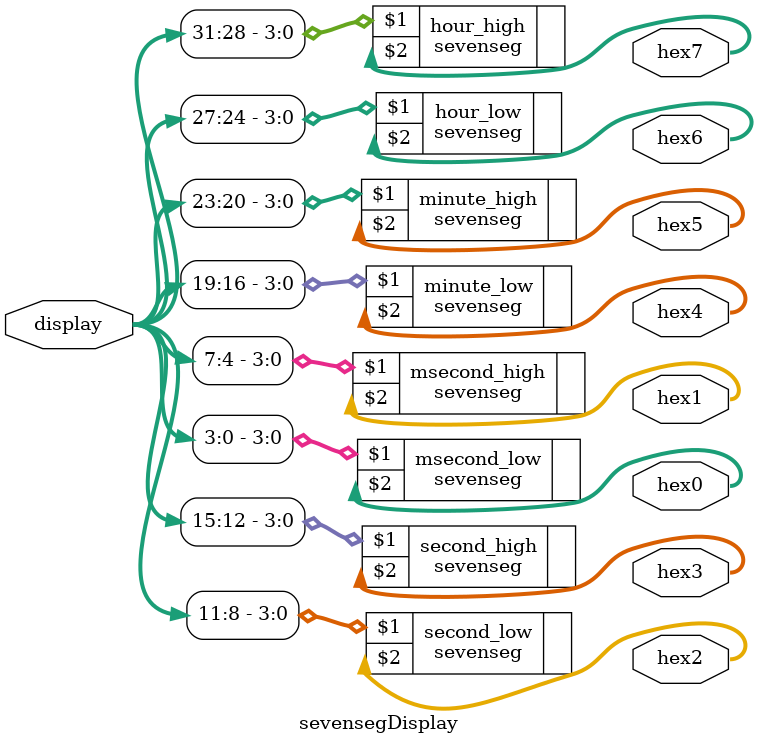
<source format=v>
module sevensegDisplay(display, hex0, hex1, hex2, hex3, hex4, hex5, hex6, hex7);
	input [31:0] display;
	output [6:0] hex0, hex1, hex2, hex3, hex4, hex5, hex6, hex7;
	
	sevenseg msecond_low 	(display[3:0], hex0);
	sevenseg msecond_high 	(display[7:4], hex1);
	sevenseg second_low		(display[11:8], hex2);
	sevenseg second_high	(display[15:12], hex3);
	sevenseg minute_low		(display[19:16], hex4);
	sevenseg minute_high	(display[23:20], hex5);
	sevenseg hour_low		(display[27:24], hex6);
	sevenseg hour_high		(display[31:28], hex7);

endmodule

</source>
